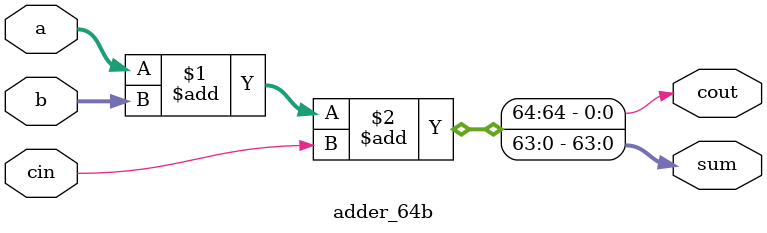
<source format=v>
module adder_64b (a , b, cin, cout, sum);
  input [63:0] a, b;
  input cin;
  output cout;
  output [63:0] sum;
  
  assign {cout, sum} = a + b + cin;
  
endmodule

</source>
